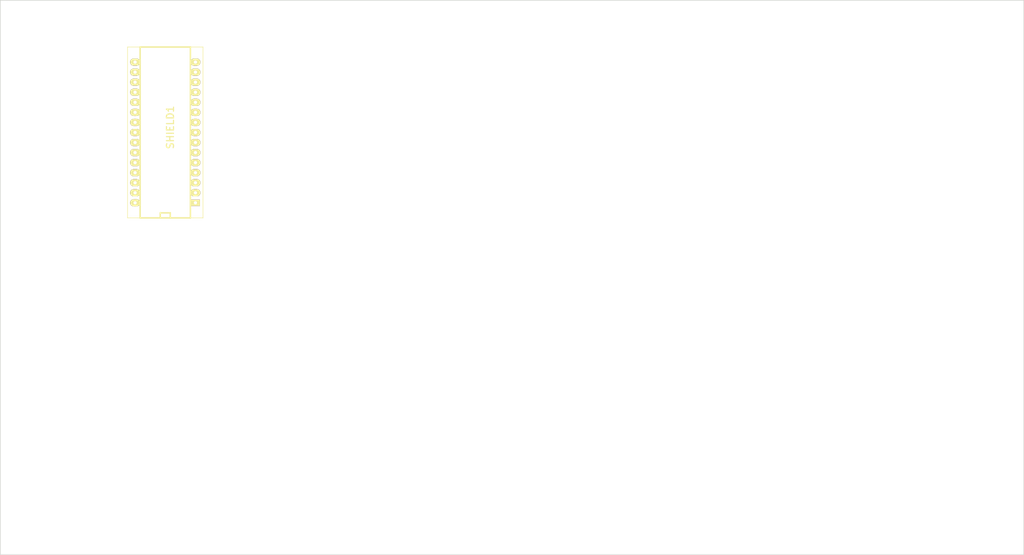
<source format=kicad_pcb>
(kicad_pcb (version 4) (host pcbnew 4.0.6)

  (general
    (links 0)
    (no_connects 0)
    (area 21.514999 18.339999 280.110001 158.571001)
    (thickness 1.6)
    (drawings 5)
    (tracks 0)
    (zones 0)
    (modules 1)
    (nets 31)
  )

  (page A4)
  (layers
    (0 F.Cu signal)
    (31 B.Cu signal)
    (32 B.Adhes user)
    (33 F.Adhes user)
    (34 B.Paste user)
    (35 F.Paste user)
    (36 B.SilkS user)
    (37 F.SilkS user)
    (38 B.Mask user)
    (39 F.Mask user)
    (40 Dwgs.User user)
    (41 Cmts.User user)
    (42 Eco1.User user)
    (43 Eco2.User user)
    (44 Edge.Cuts user)
    (45 Margin user)
    (46 B.CrtYd user)
    (47 F.CrtYd user)
    (48 B.Fab user)
    (49 F.Fab user)
  )

  (setup
    (last_trace_width 0.25)
    (trace_clearance 0.2)
    (zone_clearance 0.508)
    (zone_45_only no)
    (trace_min 0.2)
    (segment_width 0.2)
    (edge_width 0.15)
    (via_size 0.6)
    (via_drill 0.4)
    (via_min_size 0.4)
    (via_min_drill 0.3)
    (uvia_size 0.3)
    (uvia_drill 0.1)
    (uvias_allowed no)
    (uvia_min_size 0.2)
    (uvia_min_drill 0.1)
    (pcb_text_width 0.3)
    (pcb_text_size 1.5 1.5)
    (mod_edge_width 0.15)
    (mod_text_size 1 1)
    (mod_text_width 0.15)
    (pad_size 1.524 1.524)
    (pad_drill 0.762)
    (pad_to_mask_clearance 0.2)
    (aux_axis_origin 0 0)
    (visible_elements FFFFFF7F)
    (pcbplotparams
      (layerselection 0x00030_80000001)
      (usegerberextensions false)
      (excludeedgelayer true)
      (linewidth 0.100000)
      (plotframeref false)
      (viasonmask false)
      (mode 1)
      (useauxorigin false)
      (hpglpennumber 1)
      (hpglpenspeed 20)
      (hpglpendiameter 15)
      (hpglpenoverlay 2)
      (psnegative false)
      (psa4output false)
      (plotreference true)
      (plotvalue true)
      (plotinvisibletext false)
      (padsonsilk false)
      (subtractmaskfromsilk false)
      (outputformat 1)
      (mirror false)
      (drillshape 1)
      (scaleselection 1)
      (outputdirectory ""))
  )

  (net 0 "")
  (net 1 "Net-(SHIELD1-PadD12)")
  (net 2 "Net-(SHIELD1-PadD11)")
  (net 3 "Net-(SHIELD1-PadD10)")
  (net 4 "Net-(SHIELD1-PadD9)")
  (net 5 "Net-(SHIELD1-PadD8)")
  (net 6 "Net-(SHIELD1-PadD7)")
  (net 7 "Net-(SHIELD1-PadD6)")
  (net 8 "Net-(SHIELD1-PadD5)")
  (net 9 "Net-(SHIELD1-PadD4)")
  (net 10 "Net-(SHIELD1-PadD3)")
  (net 11 "Net-(SHIELD1-PadD2)")
  (net 12 "Net-(SHIELD1-PadGND0)")
  (net 13 "Net-(SHIELD1-PadRST1)")
  (net 14 "Net-(SHIELD1-PadRX0)")
  (net 15 "Net-(SHIELD1-PadTX1)")
  (net 16 "Net-(SHIELD1-PadVIN)")
  (net 17 "Net-(SHIELD1-PadGND1)")
  (net 18 "Net-(SHIELD1-PadRST0)")
  (net 19 "Net-(SHIELD1-Pad5V)")
  (net 20 "Net-(SHIELD1-PadA7)")
  (net 21 "Net-(SHIELD1-PadA6)")
  (net 22 "Net-(SHIELD1-PadA5)")
  (net 23 "Net-(SHIELD1-PadA4)")
  (net 24 "Net-(SHIELD1-PadA3)")
  (net 25 "Net-(SHIELD1-PadA2)")
  (net 26 "Net-(SHIELD1-PadA1)")
  (net 27 "Net-(SHIELD1-PadA0)")
  (net 28 "Net-(SHIELD1-PadREF)")
  (net 29 "Net-(SHIELD1-Pad3V3)")
  (net 30 "Net-(SHIELD1-PadD13)")

  (net_class Default "Dit is de standaard class."
    (clearance 0.2)
    (trace_width 0.25)
    (via_dia 0.6)
    (via_drill 0.4)
    (uvia_dia 0.3)
    (uvia_drill 0.1)
    (add_net "Net-(SHIELD1-Pad3V3)")
    (add_net "Net-(SHIELD1-Pad5V)")
    (add_net "Net-(SHIELD1-PadA0)")
    (add_net "Net-(SHIELD1-PadA1)")
    (add_net "Net-(SHIELD1-PadA2)")
    (add_net "Net-(SHIELD1-PadA3)")
    (add_net "Net-(SHIELD1-PadA4)")
    (add_net "Net-(SHIELD1-PadA5)")
    (add_net "Net-(SHIELD1-PadA6)")
    (add_net "Net-(SHIELD1-PadA7)")
    (add_net "Net-(SHIELD1-PadD10)")
    (add_net "Net-(SHIELD1-PadD11)")
    (add_net "Net-(SHIELD1-PadD12)")
    (add_net "Net-(SHIELD1-PadD13)")
    (add_net "Net-(SHIELD1-PadD2)")
    (add_net "Net-(SHIELD1-PadD3)")
    (add_net "Net-(SHIELD1-PadD4)")
    (add_net "Net-(SHIELD1-PadD5)")
    (add_net "Net-(SHIELD1-PadD6)")
    (add_net "Net-(SHIELD1-PadD7)")
    (add_net "Net-(SHIELD1-PadD8)")
    (add_net "Net-(SHIELD1-PadD9)")
    (add_net "Net-(SHIELD1-PadGND0)")
    (add_net "Net-(SHIELD1-PadGND1)")
    (add_net "Net-(SHIELD1-PadREF)")
    (add_net "Net-(SHIELD1-PadRST0)")
    (add_net "Net-(SHIELD1-PadRST1)")
    (add_net "Net-(SHIELD1-PadRX0)")
    (add_net "Net-(SHIELD1-PadTX1)")
    (add_net "Net-(SHIELD1-PadVIN)")
  )

  (module Zimprich:arduino_nano (layer F.Cu) (tedit 586D5946) (tstamp 592C3979)
    (at 63.246 50.546 90)
    (descr "30 pins DIL package, elliptical pads, width 600mil (arduino mini)")
    (tags "DIL arduino mini")
    (path /592BF734)
    (fp_text reference SHIELD1 (at 0 1.27 270) (layer F.SilkS)
      (effects (font (size 1.778 1.778) (thickness 0.3048)))
    )
    (fp_text value ARDUINO_NANO (at 0 0 90) (layer F.Fab)
      (effects (font (size 1.778 1.778) (thickness 0.3048)))
    )
    (fp_line (start 20.32 6.35) (end 20.32 9.525) (layer F.SilkS) (width 0.15))
    (fp_line (start 20.32 9.525) (end -22.86 9.525) (layer F.SilkS) (width 0.15))
    (fp_line (start -22.86 9.525) (end -22.86 6.35) (layer F.SilkS) (width 0.15))
    (fp_line (start 20.32 -6.35) (end 20.32 -9.525) (layer F.SilkS) (width 0.15))
    (fp_line (start 20.32 -9.525) (end -22.86 -9.525) (layer F.SilkS) (width 0.15))
    (fp_line (start -22.86 -9.525) (end -22.86 -6.35) (layer F.SilkS) (width 0.15))
    (fp_line (start -22.86 -6.35) (end 20.32 -6.35) (layer F.SilkS) (width 0.381))
    (fp_line (start 20.32 -6.35) (end 20.32 6.35) (layer F.SilkS) (width 0.381))
    (fp_line (start 20.32 6.35) (end -22.86 6.35) (layer F.SilkS) (width 0.381))
    (fp_line (start -22.86 6.35) (end -22.86 -6.35) (layer F.SilkS) (width 0.381))
    (fp_line (start -22.86 1.27) (end -21.59 1.27) (layer F.SilkS) (width 0.381))
    (fp_line (start -21.59 1.27) (end -21.59 -1.27) (layer F.SilkS) (width 0.381))
    (fp_line (start -21.59 -1.27) (end -22.86 -1.27) (layer F.SilkS) (width 0.381))
    (pad D12 thru_hole oval (at -19.05 -7.62 90) (size 1.8 2.5) (drill 0.8128) (layers *.Cu *.Mask F.SilkS)
      (net 1 "Net-(SHIELD1-PadD12)"))
    (pad D11 thru_hole oval (at -16.51 -7.62 90) (size 1.8 2.5) (drill 0.8128) (layers *.Cu *.Mask F.SilkS)
      (net 2 "Net-(SHIELD1-PadD11)"))
    (pad D10 thru_hole oval (at -13.97 -7.62 90) (size 1.8 2.5) (drill 0.8128) (layers *.Cu *.Mask F.SilkS)
      (net 3 "Net-(SHIELD1-PadD10)"))
    (pad D9 thru_hole oval (at -11.43 -7.62 90) (size 1.8 2.5) (drill 0.8128) (layers *.Cu *.Mask F.SilkS)
      (net 4 "Net-(SHIELD1-PadD9)"))
    (pad D8 thru_hole oval (at -8.89 -7.62 90) (size 1.8 2.5) (drill 0.8128) (layers *.Cu *.Mask F.SilkS)
      (net 5 "Net-(SHIELD1-PadD8)"))
    (pad D7 thru_hole oval (at -6.35 -7.62 90) (size 1.8 2.5) (drill 0.8128) (layers *.Cu *.Mask F.SilkS)
      (net 6 "Net-(SHIELD1-PadD7)"))
    (pad D6 thru_hole oval (at -3.81 -7.62 90) (size 1.8 2.5) (drill 0.8128) (layers *.Cu *.Mask F.SilkS)
      (net 7 "Net-(SHIELD1-PadD6)"))
    (pad D5 thru_hole oval (at -1.27 -7.62 90) (size 1.8 2.5) (drill 0.8128) (layers *.Cu *.Mask F.SilkS)
      (net 8 "Net-(SHIELD1-PadD5)"))
    (pad D4 thru_hole oval (at 1.27 -7.62 90) (size 1.8 2.5) (drill 0.8128) (layers *.Cu *.Mask F.SilkS)
      (net 9 "Net-(SHIELD1-PadD4)"))
    (pad D3 thru_hole oval (at 3.81 -7.62 90) (size 1.8 2.5) (drill 0.8128) (layers *.Cu *.Mask F.SilkS)
      (net 10 "Net-(SHIELD1-PadD3)"))
    (pad D2 thru_hole oval (at 6.35 -7.62 90) (size 1.8 2.5) (drill 0.8128) (layers *.Cu *.Mask F.SilkS)
      (net 11 "Net-(SHIELD1-PadD2)"))
    (pad GND0 thru_hole oval (at 8.89 -7.62 90) (size 1.8 2.5) (drill 0.8128) (layers *.Cu *.Mask F.SilkS)
      (net 12 "Net-(SHIELD1-PadGND0)"))
    (pad RST1 thru_hole oval (at 11.43 -7.62 90) (size 1.8 2.5) (drill 0.8128) (layers *.Cu *.Mask F.SilkS)
      (net 13 "Net-(SHIELD1-PadRST1)"))
    (pad RX0 thru_hole oval (at 13.97 -7.62 90) (size 1.8 2.5) (drill 0.8128) (layers *.Cu *.Mask F.SilkS)
      (net 14 "Net-(SHIELD1-PadRX0)"))
    (pad TX1 thru_hole oval (at 16.51 -7.62 90) (size 1.8 2.5) (drill 0.8128) (layers *.Cu *.Mask F.SilkS)
      (net 15 "Net-(SHIELD1-PadTX1)"))
    (pad VIN thru_hole oval (at 16.51 7.62 90) (size 1.8 2.5) (drill 0.8128) (layers *.Cu *.Mask F.SilkS)
      (net 16 "Net-(SHIELD1-PadVIN)"))
    (pad GND1 thru_hole oval (at 13.97 7.62 90) (size 1.8 2.5) (drill 0.8128) (layers *.Cu *.Mask F.SilkS)
      (net 17 "Net-(SHIELD1-PadGND1)"))
    (pad RST0 thru_hole oval (at 11.43 7.62 90) (size 1.8 2.5) (drill 0.8128) (layers *.Cu *.Mask F.SilkS)
      (net 18 "Net-(SHIELD1-PadRST0)"))
    (pad 5V thru_hole oval (at 8.89 7.62 90) (size 1.8 2.5) (drill 0.8128) (layers *.Cu *.Mask F.SilkS)
      (net 19 "Net-(SHIELD1-Pad5V)"))
    (pad A7 thru_hole oval (at 6.35 7.62 90) (size 1.8 2.5) (drill 0.8128) (layers *.Cu *.Mask F.SilkS)
      (net 20 "Net-(SHIELD1-PadA7)"))
    (pad A6 thru_hole oval (at 3.81 7.62 90) (size 1.8 2.5) (drill 0.8128) (layers *.Cu *.Mask F.SilkS)
      (net 21 "Net-(SHIELD1-PadA6)"))
    (pad A5 thru_hole oval (at 1.27 7.62 90) (size 1.8 2.5) (drill 0.8128) (layers *.Cu *.Mask F.SilkS)
      (net 22 "Net-(SHIELD1-PadA5)"))
    (pad A4 thru_hole oval (at -1.27 7.62 90) (size 1.8 2.5) (drill 0.8128) (layers *.Cu *.Mask F.SilkS)
      (net 23 "Net-(SHIELD1-PadA4)"))
    (pad A3 thru_hole oval (at -3.81 7.62 90) (size 1.8 2.5) (drill 0.8128) (layers *.Cu *.Mask F.SilkS)
      (net 24 "Net-(SHIELD1-PadA3)"))
    (pad A2 thru_hole oval (at -6.35 7.62 90) (size 1.8 2.5) (drill 0.8128) (layers *.Cu *.Mask F.SilkS)
      (net 25 "Net-(SHIELD1-PadA2)"))
    (pad A1 thru_hole oval (at -8.89 7.62 90) (size 1.8 2.5) (drill 0.8128) (layers *.Cu *.Mask F.SilkS)
      (net 26 "Net-(SHIELD1-PadA1)"))
    (pad A0 thru_hole oval (at -11.43 7.62 90) (size 1.8 2.5) (drill 0.8128) (layers *.Cu *.Mask F.SilkS)
      (net 27 "Net-(SHIELD1-PadA0)"))
    (pad REF thru_hole oval (at -13.97 7.62 90) (size 1.8 2.5) (drill 0.8128) (layers *.Cu *.Mask F.SilkS)
      (net 28 "Net-(SHIELD1-PadREF)"))
    (pad 3V3 thru_hole oval (at -16.51 7.62 90) (size 1.8 2.5) (drill 0.8128) (layers *.Cu *.Mask F.SilkS)
      (net 29 "Net-(SHIELD1-Pad3V3)"))
    (pad D13 thru_hole rect (at -19.05 7.62 90) (size 1.5748 2.286) (drill 0.8128) (layers *.Cu *.Mask F.SilkS)
      (net 30 "Net-(SHIELD1-PadD13)"))
    (model arduino_nano.wrl
      (at (xyz -0.978 -0.385 0))
      (scale (xyz 0.3937 0.3937 0.3937))
      (rotate (xyz 0 0 0))
    )
    (model ${KISYS3DMOD}/Zimprich.3dshapes/arduino_nano.wrl
      (at (xyz -0.978 -0.385 0))
      (scale (xyz 0.3937 0.3937 0.3937))
      (rotate (xyz 0 0 0))
    )
    (model ${KISYS3DMOD}/Socket_Strips.3dshapes/Socket_Strip_Straight_1x15.wrl
      (at (xyz -0.04724409448818898 -0.3031496062992126 0))
      (scale (xyz 1 1 1))
      (rotate (xyz 0 0 0))
    )
    (model ${KISYS3DMOD}/Socket_Strips.3dshapes/Socket_Strip_Straight_1x15.wrl
      (at (xyz -0.04724409448818898 0.3031496062992126 0))
      (scale (xyz 1 1 1))
      (rotate (xyz 0 0 0))
    )
  )

  (gr_line (start 21.59 18.415) (end 23.495 18.415) (angle 90) (layer Edge.Cuts) (width 0.15))
  (gr_line (start 21.59 158.496) (end 21.59 18.415) (angle 90) (layer Edge.Cuts) (width 0.15))
  (gr_line (start 280.035 158.496) (end 21.59 158.496) (angle 90) (layer Edge.Cuts) (width 0.15))
  (gr_line (start 280.035 18.415) (end 280.035 158.496) (angle 90) (layer Edge.Cuts) (width 0.15))
  (gr_line (start 23.495 18.415) (end 280.035 18.415) (angle 90) (layer Edge.Cuts) (width 0.15))

)

</source>
